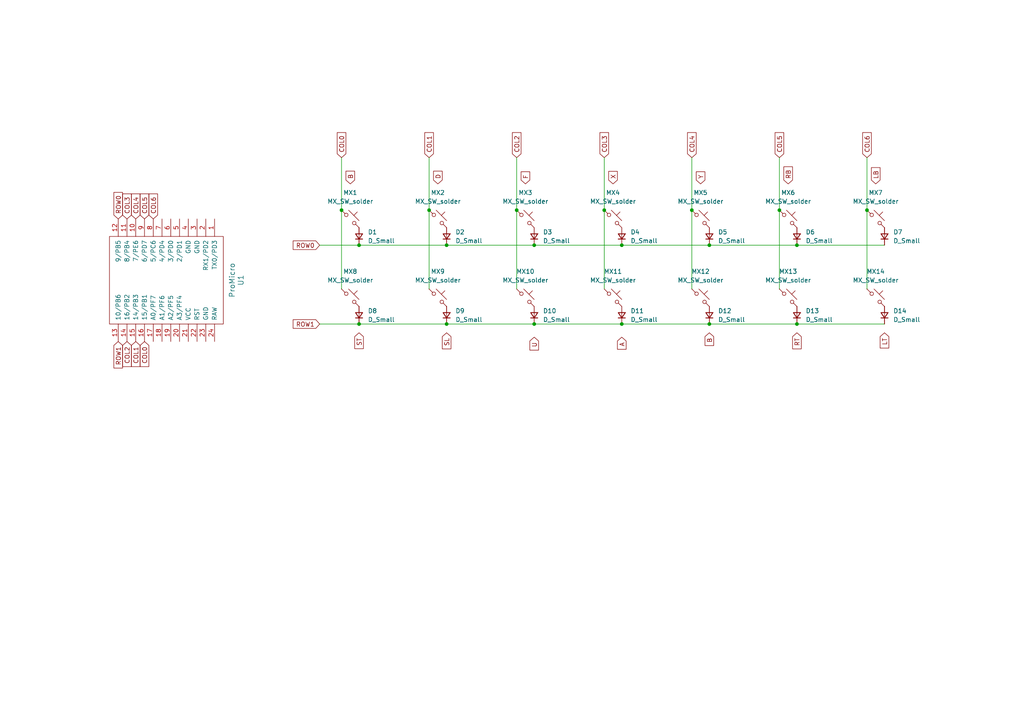
<source format=kicad_sch>
(kicad_sch (version 20230121) (generator eeschema)
  (paper "A4")
  (lib_symbols
    (symbol "Device:D_Small" (pin_numbers hide) (pin_names (offset 0.254) hide)
      (property "Reference" "D" (at -1.27 2.032 0))
      (property "Value" "D_Small" (at -3.81 -2.032 0))
      (symbol "D_Small_0_1"
        (polyline (pts (xy -0.762 -1.016) (xy -0.762 1.016)) (stroke (width 0.254)))
        (polyline (pts (xy -0.762 0) (xy 0.762 0)))
        (polyline (pts (xy 0.762 -1.016) (xy -0.762 0) (xy 0.762 1.016) (xy 0.762 -1.016)) (stroke (width 0.254)))
      )
      (symbol "D_Small_1_1"
        (pin passive line (at -2.54 0 0) (length 1.778) (name "K") (number "1"))
        (pin passive line (at 2.54 0 180) (length 1.778) (name "A") (number "2"))
      )
    )
    (symbol "Keebio:ProMicro" (pin_names (offset 1.016))
      (property "Reference" "U" (at 0 0 0))
      (property "Value" "ProMicro" (at 0 -19.05 0))
      (symbol "ProMicro_0_1"
        (rectangle (start -12.7 -16.51) (end 12.7 16.51))
      )
      (symbol "ProMicro_1_1"
        (pin input line (at -17.78 13.97 0) (length 5.08) (name "TX0/PD3") (number "1"))
        (pin input line (at -17.78 -8.89 0) (length 5.08) (name "7/PE6") (number "10"))
        (pin input line (at -17.78 -11.43 0) (length 5.08) (name "8/PB4") (number "11"))
        (pin input line (at -17.78 -13.97 0) (length 5.08) (name "9/PB5") (number "12"))
        (pin input line (at 17.78 -13.97 180) (length 5.08) (name "10/PB6") (number "13"))
        (pin input line (at 17.78 -11.43 180) (length 5.08) (name "16/PB2") (number "14"))
        (pin input line (at 17.78 -8.89 180) (length 5.08) (name "14/PB3") (number "15"))
        (pin input line (at 17.78 -6.35 180) (length 5.08) (name "15/PB1") (number "16"))
        (pin input line (at 17.78 -3.81 180) (length 5.08) (name "A0/PF7") (number "17"))
        (pin input line (at 17.78 -1.27 180) (length 5.08) (name "A1/PF6") (number "18"))
        (pin input line (at 17.78 1.27 180) (length 5.08) (name "A2/PF5") (number "19"))
        (pin input line (at -17.78 11.43 0) (length 5.08) (name "RX1/PD2") (number "2"))
        (pin input line (at 17.78 3.81 180) (length 5.08) (name "A3/PF4") (number "20"))
        (pin input line (at 17.78 6.35 180) (length 5.08) (name "VCC") (number "21"))
        (pin input line (at 17.78 8.89 180) (length 5.08) (name "RST") (number "22"))
        (pin input line (at 17.78 11.43 180) (length 5.08) (name "GND") (number "23"))
        (pin input line (at 17.78 13.97 180) (length 5.08) (name "RAW") (number "24"))
        (pin input line (at -17.78 8.89 0) (length 5.08) (name "GND") (number "3"))
        (pin input line (at -17.78 6.35 0) (length 5.08) (name "GND") (number "4"))
        (pin input line (at -17.78 3.81 0) (length 5.08) (name "2/PD1") (number "5"))
        (pin input line (at -17.78 1.27 0) (length 5.08) (name "3/PD0") (number "6"))
        (pin input line (at -17.78 -1.27 0) (length 5.08) (name "4/PD4") (number "7"))
        (pin input line (at -17.78 -3.81 0) (length 5.08) (name "5/PC6") (number "8"))
        (pin input line (at -17.78 -6.35 0) (length 5.08) (name "6/PD7") (number "9"))
      )
    )
    (symbol "PCM_marbastlib-mx:MX_SW_solder" (pin_numbers hide) (pin_names (offset 1.016) hide)
      (property "Reference" "MX" (at 3.048 1.016 0))
      (property "Value" "MX_SW_solder" (at 0 -3.81 0))
      (symbol "MX_SW_solder_0_1"
        (circle (center -1.1684 1.1684) (radius 0.508))
        (polyline (pts (xy -0.508 2.54) (xy 2.54 -0.508)))
        (polyline (pts (xy 1.016 1.016) (xy 2.032 2.032)))
        (polyline (pts (xy -2.54 2.54) (xy -1.524 1.524) (xy -1.524 1.524)))
        (polyline (pts (xy 1.524 -1.524) (xy 2.54 -2.54) (xy 2.54 -2.54) (xy 2.54 -2.54)))
        (circle (center 1.143 -1.1938) (radius 0.508))
        (pin passive line (at -2.54 2.54 0) (length 0) (name "1") (number "1"))
        (pin passive line (at 2.54 -2.54 180) (length 0) (name "2") (number "2"))
      )
    )
  )
  (junction (at 200.66 60.96))
  (junction (at 149.86 60.96))
  (junction (at 175.26 60.96))
  (junction (at 226.06 60.96))
  (junction (at 154.94 93.98))
  (junction (at 231.14 93.98))
  (junction (at 154.94 71.12))
  (junction (at 99.06 60.96))
  (junction (at 104.14 93.98))
  (junction (at 231.14 71.12))
  (junction (at 129.54 71.12))
  (junction (at 124.46 60.96))
  (junction (at 205.74 93.98))
  (junction (at 129.54 93.98))
  (junction (at 180.34 71.12))
  (junction (at 180.34 93.98))
  (junction (at 251.46 60.96))
  (junction (at 104.14 71.12))
  (junction (at 205.74 71.12))
  (wire (pts (xy 205.74 71.12) (xy 231.14 71.12)))
  (wire (pts (xy 99.06 60.96) (xy 99.06 83.82)))
  (wire (pts (xy 175.26 45.72) (xy 175.26 60.96)))
  (wire (pts (xy 104.14 93.98) (xy 129.54 93.98)))
  (wire (pts (xy 200.66 60.96) (xy 200.66 83.82)))
  (wire (pts (xy 124.46 45.72) (xy 124.46 60.96)))
  (wire (pts (xy 129.54 93.98) (xy 154.94 93.98)))
  (wire (pts (xy 154.94 93.98) (xy 180.34 93.98)))
  (wire (pts (xy 226.06 60.96) (xy 226.06 83.82)))
  (wire (pts (xy 129.54 71.12) (xy 154.94 71.12)))
  (wire (pts (xy 180.34 93.98) (xy 205.74 93.98)))
  (wire (pts (xy 149.86 60.96) (xy 149.86 83.82)))
  (wire (pts (xy 200.66 45.72) (xy 200.66 60.96)))
  (wire (pts (xy 175.26 60.96) (xy 175.26 83.82)))
  (wire (pts (xy 226.06 45.72) (xy 226.06 60.96)))
  (wire (pts (xy 251.46 45.72) (xy 251.46 60.96)))
  (wire (pts (xy 92.71 93.98) (xy 104.14 93.98)))
  (wire (pts (xy 251.46 60.96) (xy 251.46 83.82)))
  (wire (pts (xy 104.14 71.12) (xy 129.54 71.12)))
  (wire (pts (xy 124.46 60.96) (xy 124.46 83.82)))
  (wire (pts (xy 231.14 93.98) (xy 256.54 93.98)))
  (wire (pts (xy 99.06 45.72) (xy 99.06 60.96)))
  (wire (pts (xy 205.74 93.98) (xy 231.14 93.98)))
  (wire (pts (xy 231.14 71.12) (xy 256.54 71.12)))
  (wire (pts (xy 180.34 71.12) (xy 205.74 71.12)))
  (wire (pts (xy 92.71 71.12) (xy 104.14 71.12)))
  (wire (pts (xy 154.94 71.12) (xy 180.34 71.12)))
  (wire (pts (xy 149.86 45.72) (xy 149.86 60.96)))
  (global_label "RB" (shape input) (at 228.6 53.34 90) (property "Intersheetrefs" "${INTERSHEET_REFS}" (effects hide)))
  (global_label "COL6" (shape input) (at 251.46 45.72 90) (property "Intersheetrefs" "${INTERSHEET_REFS}" (effects hide)))
  (global_label "RT" (shape input) (at 231.14 96.52 270) (property "Intersheetrefs" "${INTERSHEET_REFS}" (effects hide)))
  (global_label "ST" (shape input) (at 104.14 96.52 270) (property "Intersheetrefs" "${INTERSHEET_REFS}" (effects hide)))
  (global_label "COL1" (shape input) (at 124.46 45.72 90) (property "Intersheetrefs" "${INTERSHEET_REFS}" (effects hide)))
  (global_label "D" (shape input) (at 127 53.34 90) (property "Intersheetrefs" "${INTERSHEET_REFS}" (effects hide)))
  (global_label "SL" (shape input) (at 129.54 96.52 270) (property "Intersheetrefs" "${INTERSHEET_REFS}" (effects hide)))
  (global_label "X" (shape input) (at 177.8 53.34 90) (property "Intersheetrefs" "${INTERSHEET_REFS}" (effects hide)))
  (global_label "LB" (shape input) (at 254 53.34 90) (property "Intersheetrefs" "${INTERSHEET_REFS}" (effects hide)))
  (global_label "COL1" (shape input) (at 39.37 99.06 270) (property "Intersheetrefs" "${INTERSHEET_REFS}" (effects hide)))
  (global_label "ROW0" (shape input) (at 92.71 71.12 180) (property "Intersheetrefs" "${INTERSHEET_REFS}" (effects hide)))
  (global_label "ROW1" (shape input) (at 92.71 93.98 180) (property "Intersheetrefs" "${INTERSHEET_REFS}" (effects hide)))
  (global_label "COL3" (shape input) (at 36.83 63.5 90) (property "Intersheetrefs" "${INTERSHEET_REFS}" (effects hide)))
  (global_label "LT" (shape input) (at 256.54 96.52 270) (property "Intersheetrefs" "${INTERSHEET_REFS}" (effects hide)))
  (global_label "ROW0" (shape input) (at 34.29 63.5 90) (property "Intersheetrefs" "${INTERSHEET_REFS}" (effects hide)))
  (global_label "COL4" (shape input) (at 39.37 63.5 90) (property "Intersheetrefs" "${INTERSHEET_REFS}" (effects hide)))
  (global_label "COL0" (shape input) (at 99.06 45.72 90) (property "Intersheetrefs" "${INTERSHEET_REFS}" (effects hide)))
  (global_label "COL6" (shape input) (at 44.45 63.5 90) (property "Intersheetrefs" "${INTERSHEET_REFS}" (effects hide)))
  (global_label "COL2" (shape input) (at 149.86 45.72 90) (property "Intersheetrefs" "${INTERSHEET_REFS}" (effects hide)))
  (global_label "COL2" (shape input) (at 36.83 99.06 270) (property "Intersheetrefs" "${INTERSHEET_REFS}" (effects hide)))
  (global_label "COL5" (shape input) (at 226.06 45.72 90) (property "Intersheetrefs" "${INTERSHEET_REFS}" (effects hide)))
  (global_label "Y" (shape input) (at 203.2 53.34 90) (property "Intersheetrefs" "${INTERSHEET_REFS}" (effects hide)))
  (global_label "COL3" (shape input) (at 175.26 45.72 90) (property "Intersheetrefs" "${INTERSHEET_REFS}" (effects hide)))
  (global_label "A" (shape input) (at 180.34 97.79 270) (property "Intersheetrefs" "${INTERSHEET_REFS}" (effects hide)))
  (global_label "B" (shape input) (at 101.6 53.34 90) (property "Intersheetrefs" "${INTERSHEET_REFS}" (effects hide)))
  (global_label "COL4" (shape input) (at 200.66 45.72 90) (property "Intersheetrefs" "${INTERSHEET_REFS}" (effects hide)))
  (global_label "B" (shape input) (at 205.74 96.52 270) (property "Intersheetrefs" "${INTERSHEET_REFS}" (effects hide)))
  (global_label "COL0" (shape input) (at 41.91 99.06 270) (property "Intersheetrefs" "${INTERSHEET_REFS}" (effects hide)))
  (global_label "COL5" (shape input) (at 41.91 63.5 90) (property "Intersheetrefs" "${INTERSHEET_REFS}" (effects hide)))
  (global_label "F" (shape input) (at 152.4 53.34 90) (property "Intersheetrefs" "${INTERSHEET_REFS}" (effects hide)))
  (global_label "U" (shape input) (at 154.94 97.79 270) (property "Intersheetrefs" "${INTERSHEET_REFS}" (effects hide)))
  (global_label "ROW1" (shape input) (at 34.29 99.06 270) (property "Intersheetrefs" "${INTERSHEET_REFS}" (effects hide)))
  (symbol (lib_id "Device:D_Small") (at 180.34 68.58 90) (unit 1)
    (property "Reference" "D4" (at 182.88 67.31 90) (effects (justify right)))
    (property "Value" "D_Small" (at 182.88 69.85 90) (effects (justify right)))
    (property "Footprint" "Diode_SMD:D_SOD-123" (effects hide))
    (property "Sim.Device" "D" (effects hide))
    (property "Sim.Pins" "1=K 2=A" (effects hide))
  )
  (symbol (lib_id "PCM_marbastlib-mx:MX_SW_solder") (at 228.6 63.5 0) (unit 1)
    (property "Reference" "MX6" (at 228.6 55.88 0))
    (property "Value" "MX_SW_solder" (at 228.6 58.42 0))
    (property "Footprint" "PCM_marbastlib-mx:SW_MX_1u" (effects hide))
  )
  (symbol (lib_id "PCM_marbastlib-mx:MX_SW_solder") (at 203.2 63.5 0) (unit 1)
    (property "Reference" "MX5" (at 203.2 55.88 0))
    (property "Value" "MX_SW_solder" (at 203.2 58.42 0))
    (property "Footprint" "PCM_marbastlib-mx:SW_MX_1u" (effects hide))
  )
  (symbol (lib_id "Keebio:ProMicro") (at 48.26 81.28 270) (unit 1)
    (property "Reference" "U1" (at 69.85 81.28 0) (effects (font (size 1.524 1.524))))
    (property "Value" "ProMicro" (at 67.31 81.28 0) (effects (font (size 1.524 1.524))))
    (property "Footprint" "Keebio:ArduinoProMicro" (effects hide))
  )
  (symbol (lib_id "PCM_marbastlib-mx:MX_SW_solder") (at 254 86.36 0) (unit 1)
    (property "Reference" "MX14" (at 254 78.74 0))
    (property "Value" "MX_SW_solder" (at 254 81.28 0))
    (property "Footprint" "PCM_marbastlib-mx:SW_MX_1u" (effects hide))
  )
  (symbol (lib_id "PCM_marbastlib-mx:MX_SW_solder") (at 101.6 63.5 0) (unit 1)
    (property "Reference" "MX1" (at 101.6 55.88 0))
    (property "Value" "MX_SW_solder" (at 101.6 58.42 0))
    (property "Footprint" "PCM_marbastlib-mx:SW_MX_1u" (effects hide))
  )
  (symbol (lib_id "Device:D_Small") (at 256.54 91.44 90) (unit 1)
    (property "Reference" "D14" (at 259.08 90.17 90) (effects (justify right)))
    (property "Value" "D_Small" (at 259.08 92.71 90) (effects (justify right)))
    (property "Footprint" "Diode_SMD:D_SOD-123" (effects hide))
    (property "Sim.Device" "D" (effects hide))
    (property "Sim.Pins" "1=K 2=A" (effects hide))
  )
  (symbol (lib_id "PCM_marbastlib-mx:MX_SW_solder") (at 254 63.5 0) (unit 1)
    (property "Reference" "MX7" (at 254 55.88 0))
    (property "Value" "MX_SW_solder" (at 254 58.42 0))
    (property "Footprint" "PCM_marbastlib-mx:SW_MX_1u" (effects hide))
  )
  (symbol (lib_id "Device:D_Small") (at 180.34 91.44 90) (unit 1)
    (property "Reference" "D11" (at 182.88 90.17 90) (effects (justify right)))
    (property "Value" "D_Small" (at 182.88 92.71 90) (effects (justify right)))
    (property "Footprint" "Diode_SMD:D_SOD-123" (effects hide))
    (property "Sim.Device" "D" (effects hide))
    (property "Sim.Pins" "1=K 2=A" (effects hide))
  )
  (symbol (lib_id "Device:D_Small") (at 154.94 91.44 90) (unit 1)
    (property "Reference" "D10" (at 157.48 90.17 90) (effects (justify right)))
    (property "Value" "D_Small" (at 157.48 92.71 90) (effects (justify right)))
    (property "Footprint" "Diode_SMD:D_SOD-123" (effects hide))
    (property "Sim.Device" "D" (effects hide))
    (property "Sim.Pins" "1=K 2=A" (effects hide))
  )
  (symbol (lib_id "Device:D_Small") (at 154.94 68.58 90) (unit 1)
    (property "Reference" "D3" (at 157.48 67.31 90) (effects (justify right)))
    (property "Value" "D_Small" (at 157.48 69.85 90) (effects (justify right)))
    (property "Footprint" "Diode_SMD:D_SOD-123" (effects hide))
    (property "Sim.Device" "D" (effects hide))
    (property "Sim.Pins" "1=K 2=A" (effects hide))
  )
  (symbol (lib_id "PCM_marbastlib-mx:MX_SW_solder") (at 152.4 86.36 0) (unit 1)
    (property "Reference" "MX10" (at 152.4 78.74 0))
    (property "Value" "MX_SW_solder" (at 152.4 81.28 0))
    (property "Footprint" "PCM_marbastlib-mx:SW_MX_1u" (effects hide))
  )
  (symbol (lib_id "Device:D_Small") (at 104.14 91.44 90) (unit 1)
    (property "Reference" "D8" (at 106.68 90.17 90) (effects (justify right)))
    (property "Value" "D_Small" (at 106.68 92.71 90) (effects (justify right)))
    (property "Footprint" "Diode_SMD:D_SOD-123" (effects hide))
    (property "Sim.Device" "D" (effects hide))
    (property "Sim.Pins" "1=K 2=A" (effects hide))
  )
  (symbol (lib_id "PCM_marbastlib-mx:MX_SW_solder") (at 127 86.36 0) (unit 1)
    (property "Reference" "MX9" (at 127 78.74 0))
    (property "Value" "MX_SW_solder" (at 127 81.28 0))
    (property "Footprint" "PCM_marbastlib-mx:SW_MX_1u" (effects hide))
  )
  (symbol (lib_id "PCM_marbastlib-mx:MX_SW_solder") (at 203.2 86.36 0) (unit 1)
    (property "Reference" "MX12" (at 203.2 78.74 0))
    (property "Value" "MX_SW_solder" (at 203.2 81.28 0))
    (property "Footprint" "PCM_marbastlib-mx:SW_MX_1u" (effects hide))
  )
  (symbol (lib_id "PCM_marbastlib-mx:MX_SW_solder") (at 228.6 86.36 0) (unit 1)
    (property "Reference" "MX13" (at 228.6 78.74 0))
    (property "Value" "MX_SW_solder" (at 228.6 81.28 0))
    (property "Footprint" "PCM_marbastlib-mx:SW_MX_1u" (effects hide))
  )
  (symbol (lib_id "Device:D_Small") (at 205.74 68.58 90) (unit 1)
    (property "Reference" "D5" (at 208.28 67.31 90) (effects (justify right)))
    (property "Value" "D_Small" (at 208.28 69.85 90) (effects (justify right)))
    (property "Footprint" "Diode_SMD:D_SOD-123" (effects hide))
    (property "Sim.Device" "D" (effects hide))
    (property "Sim.Pins" "1=K 2=A" (effects hide))
  )
  (symbol (lib_id "PCM_marbastlib-mx:MX_SW_solder") (at 152.4 63.5 0) (unit 1)
    (property "Reference" "MX3" (at 152.4 55.88 0))
    (property "Value" "MX_SW_solder" (at 152.4 58.42 0))
    (property "Footprint" "PCM_marbastlib-mx:SW_MX_1u" (effects hide))
  )
  (symbol (lib_id "Device:D_Small") (at 205.74 91.44 90) (unit 1)
    (property "Reference" "D12" (at 208.28 90.17 90) (effects (justify right)))
    (property "Value" "D_Small" (at 208.28 92.71 90) (effects (justify right)))
    (property "Footprint" "Diode_SMD:D_SOD-123" (effects hide))
    (property "Sim.Device" "D" (effects hide))
    (property "Sim.Pins" "1=K 2=A" (effects hide))
  )
  (symbol (lib_id "Device:D_Small") (at 129.54 91.44 90) (unit 1)
    (property "Reference" "D9" (at 132.08 90.17 90) (effects (justify right)))
    (property "Value" "D_Small" (at 132.08 92.71 90) (effects (justify right)))
    (property "Footprint" "Diode_SMD:D_SOD-123" (effects hide))
    (property "Sim.Device" "D" (effects hide))
    (property "Sim.Pins" "1=K 2=A" (effects hide))
  )
  (symbol (lib_id "Device:D_Small") (at 104.14 68.58 90) (unit 1)
    (property "Reference" "D1" (at 106.68 67.31 90) (effects (justify right)))
    (property "Value" "D_Small" (at 106.68 69.85 90) (effects (justify right)))
    (property "Footprint" "Diode_SMD:D_SOD-123" (effects hide))
    (property "Sim.Device" "D" (effects hide))
    (property "Sim.Pins" "1=K 2=A" (effects hide))
  )
  (symbol (lib_id "Device:D_Small") (at 129.54 68.58 90) (unit 1)
    (property "Reference" "D2" (at 132.08 67.31 90) (effects (justify right)))
    (property "Value" "D_Small" (at 132.08 69.85 90) (effects (justify right)))
    (property "Footprint" "Diode_SMD:D_SOD-123" (effects hide))
    (property "Sim.Device" "D" (effects hide))
    (property "Sim.Pins" "1=K 2=A" (effects hide))
  )
  (symbol (lib_id "PCM_marbastlib-mx:MX_SW_solder") (at 127 63.5 0) (unit 1)
    (property "Reference" "MX2" (at 127 55.88 0))
    (property "Value" "MX_SW_solder" (at 127 58.42 0))
    (property "Footprint" "PCM_marbastlib-mx:SW_MX_1u" (effects hide))
  )
  (symbol (lib_id "PCM_marbastlib-mx:MX_SW_solder") (at 101.6 86.36 0) (unit 1)
    (property "Reference" "MX8" (at 101.6 78.74 0))
    (property "Value" "MX_SW_solder" (at 101.6 81.28 0))
    (property "Footprint" "PCM_marbastlib-mx:SW_MX_1u" (effects hide))
  )
  (symbol (lib_id "Device:D_Small") (at 231.14 91.44 90) (unit 1)
    (property "Reference" "D13" (at 233.68 90.17 90) (effects (justify right)))
    (property "Value" "D_Small" (at 233.68 92.71 90) (effects (justify right)))
    (property "Footprint" "Diode_SMD:D_SOD-123" (effects hide))
    (property "Sim.Device" "D" (effects hide))
    (property "Sim.Pins" "1=K 2=A" (effects hide))
  )
  (symbol (lib_id "PCM_marbastlib-mx:MX_SW_solder") (at 177.8 86.36 0) (unit 1)
    (property "Reference" "MX11" (at 177.8 78.74 0))
    (property "Value" "MX_SW_solder" (at 177.8 81.28 0))
    (property "Footprint" "PCM_marbastlib-mx:SW_MX_1u" (effects hide))
  )
  (symbol (lib_id "Device:D_Small") (at 256.54 68.58 90) (unit 1)
    (property "Reference" "D7" (at 259.08 67.31 90) (effects (justify right)))
    (property "Value" "D_Small" (at 259.08 69.85 90) (effects (justify right)))
    (property "Footprint" "Diode_SMD:D_SOD-123" (effects hide))
    (property "Sim.Device" "D" (effects hide))
    (property "Sim.Pins" "1=K 2=A" (effects hide))
  )
  (symbol (lib_id "PCM_marbastlib-mx:MX_SW_solder") (at 177.8 63.5 0) (unit 1)
    (property "Reference" "MX4" (at 177.8 55.88 0))
    (property "Value" "MX_SW_solder" (at 177.8 58.42 0))
    (property "Footprint" "PCM_marbastlib-mx:SW_MX_1u" (effects hide))
  )
  (symbol (lib_id "Device:D_Small") (at 231.14 68.58 90) (unit 1)
    (property "Reference" "D6" (at 233.68 67.31 90) (effects (justify right)))
    (property "Value" "D_Small" (at 233.68 69.85 90) (effects (justify right)))
    (property "Footprint" "Diode_SMD:D_SOD-123" (effects hide))
    (property "Sim.Device" "D" (effects hide))
    (property "Sim.Pins" "1=K 2=A" (effects hide))
  )
)
</source>
